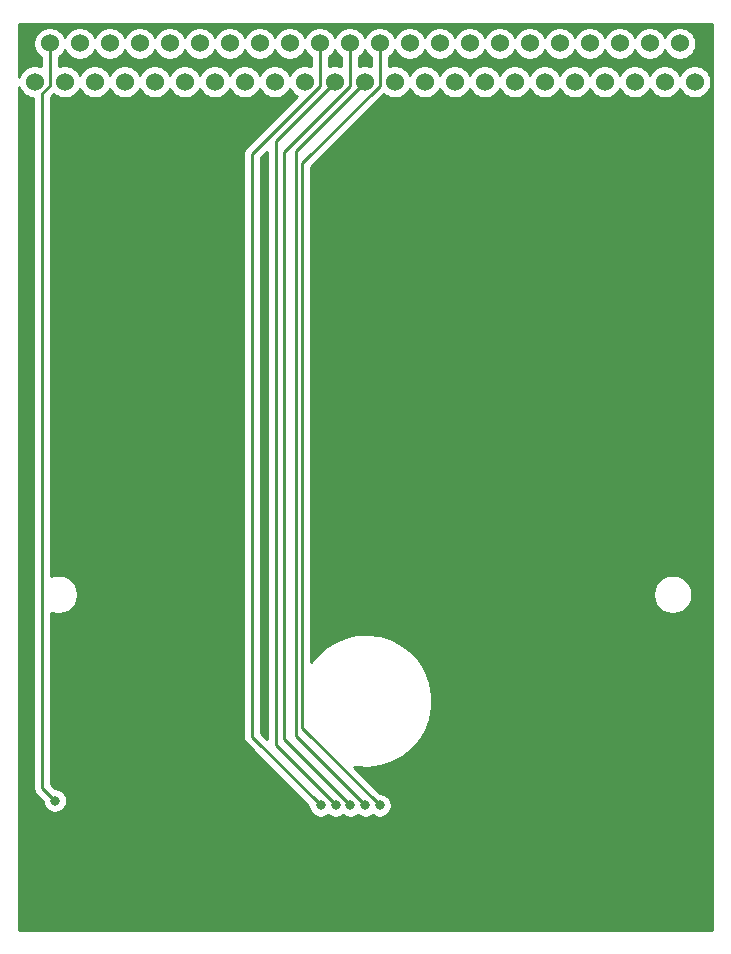
<source format=gbl>
G04 #@! TF.GenerationSoftware,KiCad,Pcbnew,5.1.10*
G04 #@! TF.CreationDate,2021-06-22T10:21:35-06:00*
G04 #@! TF.ProjectId,dev_cart_pcb,6465765f-6361-4727-945f-7063622e6b69,rev?*
G04 #@! TF.SameCoordinates,Original*
G04 #@! TF.FileFunction,Copper,L2,Bot*
G04 #@! TF.FilePolarity,Positive*
%FSLAX46Y46*%
G04 Gerber Fmt 4.6, Leading zero omitted, Abs format (unit mm)*
G04 Created by KiCad (PCBNEW 5.1.10) date 2021-06-22 10:21:35*
%MOMM*%
%LPD*%
G01*
G04 APERTURE LIST*
G04 #@! TA.AperFunction,ComponentPad*
%ADD10C,1.524000*%
G04 #@! TD*
G04 #@! TA.AperFunction,ViaPad*
%ADD11C,0.800000*%
G04 #@! TD*
G04 #@! TA.AperFunction,Conductor*
%ADD12C,0.250000*%
G04 #@! TD*
G04 #@! TA.AperFunction,NonConductor*
%ADD13C,0.254000*%
G04 #@! TD*
G04 #@! TA.AperFunction,NonConductor*
%ADD14C,0.100000*%
G04 #@! TD*
G04 APERTURE END LIST*
D10*
X129210000Y-45600000D03*
X126670000Y-45600000D03*
X124130000Y-45600000D03*
X121590000Y-45600000D03*
X119050000Y-45600000D03*
X116510000Y-45600000D03*
X113970000Y-45600000D03*
X111430000Y-45600000D03*
X108890000Y-45600000D03*
X106350000Y-45600000D03*
X103810000Y-45600000D03*
X101270000Y-45600000D03*
X98730000Y-45600000D03*
X96190000Y-45600000D03*
X93650000Y-45600000D03*
X91110000Y-45600000D03*
X88570000Y-45600000D03*
X86030000Y-45600000D03*
X83490000Y-45600000D03*
X80950000Y-45600000D03*
X78410000Y-45600000D03*
X75870000Y-45600000D03*
X130480000Y-48850000D03*
X127940000Y-48850000D03*
X125400000Y-48850000D03*
X122860000Y-48850000D03*
X120320000Y-48850000D03*
X117780000Y-48850000D03*
X115240000Y-48850000D03*
X112700000Y-48850000D03*
X110160000Y-48850000D03*
X107620000Y-48850000D03*
X105080000Y-48850000D03*
X102540000Y-48850000D03*
X100000000Y-48850000D03*
X97460000Y-48850000D03*
X94920000Y-48850000D03*
X92380000Y-48850000D03*
X89840000Y-48850000D03*
X87300000Y-48850000D03*
X84760000Y-48850000D03*
X82220000Y-48850000D03*
X79680000Y-48850000D03*
X77140000Y-48850000D03*
X74600000Y-48850000D03*
D11*
X76300000Y-109700000D03*
X98800000Y-110100000D03*
X100100000Y-110100000D03*
X101300000Y-110100000D03*
X102600000Y-110100000D03*
X103800000Y-110100000D03*
D12*
X75246874Y-49811888D02*
X75870000Y-49188762D01*
X75870000Y-49188762D02*
X75870000Y-45600000D01*
X75246874Y-108646874D02*
X75246874Y-49811888D01*
X76300000Y-109700000D02*
X75246874Y-108646874D01*
X98800000Y-110100000D02*
X93000000Y-104300000D01*
X98730000Y-49188762D02*
X98730000Y-45600000D01*
X93000000Y-54918762D02*
X98730000Y-49188762D01*
X93000000Y-104300000D02*
X93000000Y-54918762D01*
X95000000Y-53850000D02*
X100000000Y-48850000D01*
X95000000Y-105000000D02*
X95000000Y-53850000D01*
X100100000Y-110100000D02*
X95000000Y-105000000D01*
X101270000Y-49230000D02*
X101270000Y-45600000D01*
X95700000Y-54800000D02*
X101270000Y-49230000D01*
X95700000Y-104500000D02*
X95700000Y-54800000D01*
X101300000Y-110100000D02*
X95700000Y-104500000D01*
X96700000Y-54690000D02*
X102540000Y-48850000D01*
X96700000Y-104200000D02*
X96700000Y-54690000D01*
X102600000Y-110100000D02*
X96700000Y-104200000D01*
X103810000Y-49188762D02*
X103810000Y-45600000D01*
X97246854Y-55751908D02*
X103810000Y-49188762D01*
X97246854Y-103546854D02*
X97246854Y-55751908D01*
X103800000Y-110100000D02*
X97246854Y-103546854D01*
D13*
X131940000Y-120640000D02*
X73260000Y-120640000D01*
X73260000Y-49265491D01*
X73361995Y-49511727D01*
X73514880Y-49740535D01*
X73709465Y-49935120D01*
X73938273Y-50088005D01*
X74192510Y-50193314D01*
X74462408Y-50247000D01*
X74486875Y-50247000D01*
X74486874Y-108609552D01*
X74483198Y-108646874D01*
X74486874Y-108684196D01*
X74486874Y-108684206D01*
X74497871Y-108795859D01*
X74528267Y-108896063D01*
X74541328Y-108939120D01*
X74611900Y-109071150D01*
X74639495Y-109104774D01*
X74706873Y-109186875D01*
X74735876Y-109210678D01*
X75265000Y-109739802D01*
X75265000Y-109801939D01*
X75304774Y-110001898D01*
X75382795Y-110190256D01*
X75496063Y-110359774D01*
X75640226Y-110503937D01*
X75809744Y-110617205D01*
X75998102Y-110695226D01*
X76198061Y-110735000D01*
X76401939Y-110735000D01*
X76601898Y-110695226D01*
X76790256Y-110617205D01*
X76959774Y-110503937D01*
X77103937Y-110359774D01*
X77217205Y-110190256D01*
X77295226Y-110001898D01*
X77335000Y-109801939D01*
X77335000Y-109598061D01*
X77295226Y-109398102D01*
X77217205Y-109209744D01*
X77103937Y-109040226D01*
X76959774Y-108896063D01*
X76790256Y-108782795D01*
X76601898Y-108704774D01*
X76401939Y-108665000D01*
X76339802Y-108665000D01*
X76006874Y-108332073D01*
X76006874Y-93813982D01*
X76112322Y-93857660D01*
X76435331Y-93921910D01*
X76764669Y-93921910D01*
X77087678Y-93857660D01*
X77391947Y-93731628D01*
X77665781Y-93548658D01*
X77898658Y-93315781D01*
X78081628Y-93041947D01*
X78207660Y-92737678D01*
X78271910Y-92414669D01*
X78271910Y-92085331D01*
X78207660Y-91762322D01*
X78081628Y-91458053D01*
X77898658Y-91184219D01*
X77665781Y-90951342D01*
X77391947Y-90768372D01*
X77087678Y-90642340D01*
X76764669Y-90578090D01*
X76435331Y-90578090D01*
X76112322Y-90642340D01*
X76006874Y-90686018D01*
X76006874Y-50126689D01*
X76223954Y-49909609D01*
X76249465Y-49935120D01*
X76478273Y-50088005D01*
X76732510Y-50193314D01*
X77002408Y-50247000D01*
X77277592Y-50247000D01*
X77547490Y-50193314D01*
X77801727Y-50088005D01*
X78030535Y-49935120D01*
X78225120Y-49740535D01*
X78378005Y-49511727D01*
X78410000Y-49434485D01*
X78441995Y-49511727D01*
X78594880Y-49740535D01*
X78789465Y-49935120D01*
X79018273Y-50088005D01*
X79272510Y-50193314D01*
X79542408Y-50247000D01*
X79817592Y-50247000D01*
X80087490Y-50193314D01*
X80341727Y-50088005D01*
X80570535Y-49935120D01*
X80765120Y-49740535D01*
X80918005Y-49511727D01*
X80950000Y-49434485D01*
X80981995Y-49511727D01*
X81134880Y-49740535D01*
X81329465Y-49935120D01*
X81558273Y-50088005D01*
X81812510Y-50193314D01*
X82082408Y-50247000D01*
X82357592Y-50247000D01*
X82627490Y-50193314D01*
X82881727Y-50088005D01*
X83110535Y-49935120D01*
X83305120Y-49740535D01*
X83458005Y-49511727D01*
X83490000Y-49434485D01*
X83521995Y-49511727D01*
X83674880Y-49740535D01*
X83869465Y-49935120D01*
X84098273Y-50088005D01*
X84352510Y-50193314D01*
X84622408Y-50247000D01*
X84897592Y-50247000D01*
X85167490Y-50193314D01*
X85421727Y-50088005D01*
X85650535Y-49935120D01*
X85845120Y-49740535D01*
X85998005Y-49511727D01*
X86030000Y-49434485D01*
X86061995Y-49511727D01*
X86214880Y-49740535D01*
X86409465Y-49935120D01*
X86638273Y-50088005D01*
X86892510Y-50193314D01*
X87162408Y-50247000D01*
X87437592Y-50247000D01*
X87707490Y-50193314D01*
X87961727Y-50088005D01*
X88190535Y-49935120D01*
X88385120Y-49740535D01*
X88538005Y-49511727D01*
X88570000Y-49434485D01*
X88601995Y-49511727D01*
X88754880Y-49740535D01*
X88949465Y-49935120D01*
X89178273Y-50088005D01*
X89432510Y-50193314D01*
X89702408Y-50247000D01*
X89977592Y-50247000D01*
X90247490Y-50193314D01*
X90501727Y-50088005D01*
X90730535Y-49935120D01*
X90925120Y-49740535D01*
X91078005Y-49511727D01*
X91110000Y-49434485D01*
X91141995Y-49511727D01*
X91294880Y-49740535D01*
X91489465Y-49935120D01*
X91718273Y-50088005D01*
X91972510Y-50193314D01*
X92242408Y-50247000D01*
X92517592Y-50247000D01*
X92787490Y-50193314D01*
X93041727Y-50088005D01*
X93270535Y-49935120D01*
X93465120Y-49740535D01*
X93618005Y-49511727D01*
X93650000Y-49434485D01*
X93681995Y-49511727D01*
X93834880Y-49740535D01*
X94029465Y-49935120D01*
X94258273Y-50088005D01*
X94512510Y-50193314D01*
X94782408Y-50247000D01*
X95057592Y-50247000D01*
X95327490Y-50193314D01*
X95581727Y-50088005D01*
X95810535Y-49935120D01*
X96005120Y-49740535D01*
X96158005Y-49511727D01*
X96190000Y-49434485D01*
X96221995Y-49511727D01*
X96374880Y-49740535D01*
X96569465Y-49935120D01*
X96772905Y-50071055D01*
X92488998Y-54354963D01*
X92460000Y-54378761D01*
X92436202Y-54407759D01*
X92436201Y-54407760D01*
X92365026Y-54494486D01*
X92294454Y-54626516D01*
X92287023Y-54651014D01*
X92253155Y-54762667D01*
X92250998Y-54769777D01*
X92236324Y-54918762D01*
X92240001Y-54956095D01*
X92240000Y-104262678D01*
X92236324Y-104300000D01*
X92240000Y-104337322D01*
X92240000Y-104337332D01*
X92250997Y-104448985D01*
X92277797Y-104537333D01*
X92294454Y-104592246D01*
X92365026Y-104724276D01*
X92404871Y-104772826D01*
X92459999Y-104840001D01*
X92489003Y-104863804D01*
X97765000Y-110139802D01*
X97765000Y-110201939D01*
X97804774Y-110401898D01*
X97882795Y-110590256D01*
X97996063Y-110759774D01*
X98140226Y-110903937D01*
X98309744Y-111017205D01*
X98498102Y-111095226D01*
X98698061Y-111135000D01*
X98901939Y-111135000D01*
X99101898Y-111095226D01*
X99290256Y-111017205D01*
X99450000Y-110910468D01*
X99609744Y-111017205D01*
X99798102Y-111095226D01*
X99998061Y-111135000D01*
X100201939Y-111135000D01*
X100401898Y-111095226D01*
X100590256Y-111017205D01*
X100700000Y-110943877D01*
X100809744Y-111017205D01*
X100998102Y-111095226D01*
X101198061Y-111135000D01*
X101401939Y-111135000D01*
X101601898Y-111095226D01*
X101790256Y-111017205D01*
X101950000Y-110910468D01*
X102109744Y-111017205D01*
X102298102Y-111095226D01*
X102498061Y-111135000D01*
X102701939Y-111135000D01*
X102901898Y-111095226D01*
X103090256Y-111017205D01*
X103200000Y-110943877D01*
X103309744Y-111017205D01*
X103498102Y-111095226D01*
X103698061Y-111135000D01*
X103901939Y-111135000D01*
X104101898Y-111095226D01*
X104290256Y-111017205D01*
X104459774Y-110903937D01*
X104603937Y-110759774D01*
X104717205Y-110590256D01*
X104795226Y-110401898D01*
X104835000Y-110201939D01*
X104835000Y-109998061D01*
X104795226Y-109798102D01*
X104717205Y-109609744D01*
X104603937Y-109440226D01*
X104459774Y-109296063D01*
X104290256Y-109182795D01*
X104101898Y-109104774D01*
X103901939Y-109065000D01*
X103839802Y-109065000D01*
X101598932Y-106824131D01*
X101837555Y-106878595D01*
X102854832Y-106924281D01*
X103863919Y-106787591D01*
X104832382Y-106472918D01*
X105729095Y-105990376D01*
X106525236Y-105355475D01*
X107195217Y-104588620D01*
X107717503Y-103714460D01*
X108075309Y-102761089D01*
X108257134Y-101759151D01*
X108257134Y-100740849D01*
X108075309Y-99738911D01*
X107717503Y-98785540D01*
X107195217Y-97911380D01*
X106525236Y-97144525D01*
X105729095Y-96509624D01*
X104832382Y-96027082D01*
X103863919Y-95712409D01*
X102854832Y-95575719D01*
X101837555Y-95621405D01*
X100844783Y-95847999D01*
X99908426Y-96248217D01*
X99058578Y-96809197D01*
X98322554Y-97512908D01*
X98006854Y-97947432D01*
X98006854Y-92085331D01*
X126928090Y-92085331D01*
X126928090Y-92414669D01*
X126992340Y-92737678D01*
X127118372Y-93041947D01*
X127301342Y-93315781D01*
X127534219Y-93548658D01*
X127808053Y-93731628D01*
X128112322Y-93857660D01*
X128435331Y-93921910D01*
X128764669Y-93921910D01*
X129087678Y-93857660D01*
X129391947Y-93731628D01*
X129665781Y-93548658D01*
X129898658Y-93315781D01*
X130081628Y-93041947D01*
X130207660Y-92737678D01*
X130271910Y-92414669D01*
X130271910Y-92085331D01*
X130207660Y-91762322D01*
X130081628Y-91458053D01*
X129898658Y-91184219D01*
X129665781Y-90951342D01*
X129391947Y-90768372D01*
X129087678Y-90642340D01*
X128764669Y-90578090D01*
X128435331Y-90578090D01*
X128112322Y-90642340D01*
X127808053Y-90768372D01*
X127534219Y-90951342D01*
X127301342Y-91184219D01*
X127118372Y-91458053D01*
X126992340Y-91762322D01*
X126928090Y-92085331D01*
X98006854Y-92085331D01*
X98006854Y-56066709D01*
X104163954Y-49909609D01*
X104189465Y-49935120D01*
X104418273Y-50088005D01*
X104672510Y-50193314D01*
X104942408Y-50247000D01*
X105217592Y-50247000D01*
X105487490Y-50193314D01*
X105741727Y-50088005D01*
X105970535Y-49935120D01*
X106165120Y-49740535D01*
X106318005Y-49511727D01*
X106350000Y-49434485D01*
X106381995Y-49511727D01*
X106534880Y-49740535D01*
X106729465Y-49935120D01*
X106958273Y-50088005D01*
X107212510Y-50193314D01*
X107482408Y-50247000D01*
X107757592Y-50247000D01*
X108027490Y-50193314D01*
X108281727Y-50088005D01*
X108510535Y-49935120D01*
X108705120Y-49740535D01*
X108858005Y-49511727D01*
X108890000Y-49434485D01*
X108921995Y-49511727D01*
X109074880Y-49740535D01*
X109269465Y-49935120D01*
X109498273Y-50088005D01*
X109752510Y-50193314D01*
X110022408Y-50247000D01*
X110297592Y-50247000D01*
X110567490Y-50193314D01*
X110821727Y-50088005D01*
X111050535Y-49935120D01*
X111245120Y-49740535D01*
X111398005Y-49511727D01*
X111430000Y-49434485D01*
X111461995Y-49511727D01*
X111614880Y-49740535D01*
X111809465Y-49935120D01*
X112038273Y-50088005D01*
X112292510Y-50193314D01*
X112562408Y-50247000D01*
X112837592Y-50247000D01*
X113107490Y-50193314D01*
X113361727Y-50088005D01*
X113590535Y-49935120D01*
X113785120Y-49740535D01*
X113938005Y-49511727D01*
X113970000Y-49434485D01*
X114001995Y-49511727D01*
X114154880Y-49740535D01*
X114349465Y-49935120D01*
X114578273Y-50088005D01*
X114832510Y-50193314D01*
X115102408Y-50247000D01*
X115377592Y-50247000D01*
X115647490Y-50193314D01*
X115901727Y-50088005D01*
X116130535Y-49935120D01*
X116325120Y-49740535D01*
X116478005Y-49511727D01*
X116510000Y-49434485D01*
X116541995Y-49511727D01*
X116694880Y-49740535D01*
X116889465Y-49935120D01*
X117118273Y-50088005D01*
X117372510Y-50193314D01*
X117642408Y-50247000D01*
X117917592Y-50247000D01*
X118187490Y-50193314D01*
X118441727Y-50088005D01*
X118670535Y-49935120D01*
X118865120Y-49740535D01*
X119018005Y-49511727D01*
X119050000Y-49434485D01*
X119081995Y-49511727D01*
X119234880Y-49740535D01*
X119429465Y-49935120D01*
X119658273Y-50088005D01*
X119912510Y-50193314D01*
X120182408Y-50247000D01*
X120457592Y-50247000D01*
X120727490Y-50193314D01*
X120981727Y-50088005D01*
X121210535Y-49935120D01*
X121405120Y-49740535D01*
X121558005Y-49511727D01*
X121590000Y-49434485D01*
X121621995Y-49511727D01*
X121774880Y-49740535D01*
X121969465Y-49935120D01*
X122198273Y-50088005D01*
X122452510Y-50193314D01*
X122722408Y-50247000D01*
X122997592Y-50247000D01*
X123267490Y-50193314D01*
X123521727Y-50088005D01*
X123750535Y-49935120D01*
X123945120Y-49740535D01*
X124098005Y-49511727D01*
X124130000Y-49434485D01*
X124161995Y-49511727D01*
X124314880Y-49740535D01*
X124509465Y-49935120D01*
X124738273Y-50088005D01*
X124992510Y-50193314D01*
X125262408Y-50247000D01*
X125537592Y-50247000D01*
X125807490Y-50193314D01*
X126061727Y-50088005D01*
X126290535Y-49935120D01*
X126485120Y-49740535D01*
X126638005Y-49511727D01*
X126670000Y-49434485D01*
X126701995Y-49511727D01*
X126854880Y-49740535D01*
X127049465Y-49935120D01*
X127278273Y-50088005D01*
X127532510Y-50193314D01*
X127802408Y-50247000D01*
X128077592Y-50247000D01*
X128347490Y-50193314D01*
X128601727Y-50088005D01*
X128830535Y-49935120D01*
X129025120Y-49740535D01*
X129178005Y-49511727D01*
X129210000Y-49434485D01*
X129241995Y-49511727D01*
X129394880Y-49740535D01*
X129589465Y-49935120D01*
X129818273Y-50088005D01*
X130072510Y-50193314D01*
X130342408Y-50247000D01*
X130617592Y-50247000D01*
X130887490Y-50193314D01*
X131141727Y-50088005D01*
X131370535Y-49935120D01*
X131565120Y-49740535D01*
X131718005Y-49511727D01*
X131823314Y-49257490D01*
X131877000Y-48987592D01*
X131877000Y-48712408D01*
X131823314Y-48442510D01*
X131718005Y-48188273D01*
X131565120Y-47959465D01*
X131370535Y-47764880D01*
X131141727Y-47611995D01*
X130887490Y-47506686D01*
X130617592Y-47453000D01*
X130342408Y-47453000D01*
X130072510Y-47506686D01*
X129818273Y-47611995D01*
X129589465Y-47764880D01*
X129394880Y-47959465D01*
X129241995Y-48188273D01*
X129210000Y-48265515D01*
X129178005Y-48188273D01*
X129025120Y-47959465D01*
X128830535Y-47764880D01*
X128601727Y-47611995D01*
X128347490Y-47506686D01*
X128077592Y-47453000D01*
X127802408Y-47453000D01*
X127532510Y-47506686D01*
X127278273Y-47611995D01*
X127049465Y-47764880D01*
X126854880Y-47959465D01*
X126701995Y-48188273D01*
X126670000Y-48265515D01*
X126638005Y-48188273D01*
X126485120Y-47959465D01*
X126290535Y-47764880D01*
X126061727Y-47611995D01*
X125807490Y-47506686D01*
X125537592Y-47453000D01*
X125262408Y-47453000D01*
X124992510Y-47506686D01*
X124738273Y-47611995D01*
X124509465Y-47764880D01*
X124314880Y-47959465D01*
X124161995Y-48188273D01*
X124130000Y-48265515D01*
X124098005Y-48188273D01*
X123945120Y-47959465D01*
X123750535Y-47764880D01*
X123521727Y-47611995D01*
X123267490Y-47506686D01*
X122997592Y-47453000D01*
X122722408Y-47453000D01*
X122452510Y-47506686D01*
X122198273Y-47611995D01*
X121969465Y-47764880D01*
X121774880Y-47959465D01*
X121621995Y-48188273D01*
X121590000Y-48265515D01*
X121558005Y-48188273D01*
X121405120Y-47959465D01*
X121210535Y-47764880D01*
X120981727Y-47611995D01*
X120727490Y-47506686D01*
X120457592Y-47453000D01*
X120182408Y-47453000D01*
X119912510Y-47506686D01*
X119658273Y-47611995D01*
X119429465Y-47764880D01*
X119234880Y-47959465D01*
X119081995Y-48188273D01*
X119050000Y-48265515D01*
X119018005Y-48188273D01*
X118865120Y-47959465D01*
X118670535Y-47764880D01*
X118441727Y-47611995D01*
X118187490Y-47506686D01*
X117917592Y-47453000D01*
X117642408Y-47453000D01*
X117372510Y-47506686D01*
X117118273Y-47611995D01*
X116889465Y-47764880D01*
X116694880Y-47959465D01*
X116541995Y-48188273D01*
X116510000Y-48265515D01*
X116478005Y-48188273D01*
X116325120Y-47959465D01*
X116130535Y-47764880D01*
X115901727Y-47611995D01*
X115647490Y-47506686D01*
X115377592Y-47453000D01*
X115102408Y-47453000D01*
X114832510Y-47506686D01*
X114578273Y-47611995D01*
X114349465Y-47764880D01*
X114154880Y-47959465D01*
X114001995Y-48188273D01*
X113970000Y-48265515D01*
X113938005Y-48188273D01*
X113785120Y-47959465D01*
X113590535Y-47764880D01*
X113361727Y-47611995D01*
X113107490Y-47506686D01*
X112837592Y-47453000D01*
X112562408Y-47453000D01*
X112292510Y-47506686D01*
X112038273Y-47611995D01*
X111809465Y-47764880D01*
X111614880Y-47959465D01*
X111461995Y-48188273D01*
X111430000Y-48265515D01*
X111398005Y-48188273D01*
X111245120Y-47959465D01*
X111050535Y-47764880D01*
X110821727Y-47611995D01*
X110567490Y-47506686D01*
X110297592Y-47453000D01*
X110022408Y-47453000D01*
X109752510Y-47506686D01*
X109498273Y-47611995D01*
X109269465Y-47764880D01*
X109074880Y-47959465D01*
X108921995Y-48188273D01*
X108890000Y-48265515D01*
X108858005Y-48188273D01*
X108705120Y-47959465D01*
X108510535Y-47764880D01*
X108281727Y-47611995D01*
X108027490Y-47506686D01*
X107757592Y-47453000D01*
X107482408Y-47453000D01*
X107212510Y-47506686D01*
X106958273Y-47611995D01*
X106729465Y-47764880D01*
X106534880Y-47959465D01*
X106381995Y-48188273D01*
X106350000Y-48265515D01*
X106318005Y-48188273D01*
X106165120Y-47959465D01*
X105970535Y-47764880D01*
X105741727Y-47611995D01*
X105487490Y-47506686D01*
X105217592Y-47453000D01*
X104942408Y-47453000D01*
X104672510Y-47506686D01*
X104570000Y-47549147D01*
X104570000Y-46772341D01*
X104700535Y-46685120D01*
X104895120Y-46490535D01*
X105048005Y-46261727D01*
X105080000Y-46184485D01*
X105111995Y-46261727D01*
X105264880Y-46490535D01*
X105459465Y-46685120D01*
X105688273Y-46838005D01*
X105942510Y-46943314D01*
X106212408Y-46997000D01*
X106487592Y-46997000D01*
X106757490Y-46943314D01*
X107011727Y-46838005D01*
X107240535Y-46685120D01*
X107435120Y-46490535D01*
X107588005Y-46261727D01*
X107620000Y-46184485D01*
X107651995Y-46261727D01*
X107804880Y-46490535D01*
X107999465Y-46685120D01*
X108228273Y-46838005D01*
X108482510Y-46943314D01*
X108752408Y-46997000D01*
X109027592Y-46997000D01*
X109297490Y-46943314D01*
X109551727Y-46838005D01*
X109780535Y-46685120D01*
X109975120Y-46490535D01*
X110128005Y-46261727D01*
X110160000Y-46184485D01*
X110191995Y-46261727D01*
X110344880Y-46490535D01*
X110539465Y-46685120D01*
X110768273Y-46838005D01*
X111022510Y-46943314D01*
X111292408Y-46997000D01*
X111567592Y-46997000D01*
X111837490Y-46943314D01*
X112091727Y-46838005D01*
X112320535Y-46685120D01*
X112515120Y-46490535D01*
X112668005Y-46261727D01*
X112700000Y-46184485D01*
X112731995Y-46261727D01*
X112884880Y-46490535D01*
X113079465Y-46685120D01*
X113308273Y-46838005D01*
X113562510Y-46943314D01*
X113832408Y-46997000D01*
X114107592Y-46997000D01*
X114377490Y-46943314D01*
X114631727Y-46838005D01*
X114860535Y-46685120D01*
X115055120Y-46490535D01*
X115208005Y-46261727D01*
X115240000Y-46184485D01*
X115271995Y-46261727D01*
X115424880Y-46490535D01*
X115619465Y-46685120D01*
X115848273Y-46838005D01*
X116102510Y-46943314D01*
X116372408Y-46997000D01*
X116647592Y-46997000D01*
X116917490Y-46943314D01*
X117171727Y-46838005D01*
X117400535Y-46685120D01*
X117595120Y-46490535D01*
X117748005Y-46261727D01*
X117780000Y-46184485D01*
X117811995Y-46261727D01*
X117964880Y-46490535D01*
X118159465Y-46685120D01*
X118388273Y-46838005D01*
X118642510Y-46943314D01*
X118912408Y-46997000D01*
X119187592Y-46997000D01*
X119457490Y-46943314D01*
X119711727Y-46838005D01*
X119940535Y-46685120D01*
X120135120Y-46490535D01*
X120288005Y-46261727D01*
X120320000Y-46184485D01*
X120351995Y-46261727D01*
X120504880Y-46490535D01*
X120699465Y-46685120D01*
X120928273Y-46838005D01*
X121182510Y-46943314D01*
X121452408Y-46997000D01*
X121727592Y-46997000D01*
X121997490Y-46943314D01*
X122251727Y-46838005D01*
X122480535Y-46685120D01*
X122675120Y-46490535D01*
X122828005Y-46261727D01*
X122860000Y-46184485D01*
X122891995Y-46261727D01*
X123044880Y-46490535D01*
X123239465Y-46685120D01*
X123468273Y-46838005D01*
X123722510Y-46943314D01*
X123992408Y-46997000D01*
X124267592Y-46997000D01*
X124537490Y-46943314D01*
X124791727Y-46838005D01*
X125020535Y-46685120D01*
X125215120Y-46490535D01*
X125368005Y-46261727D01*
X125400000Y-46184485D01*
X125431995Y-46261727D01*
X125584880Y-46490535D01*
X125779465Y-46685120D01*
X126008273Y-46838005D01*
X126262510Y-46943314D01*
X126532408Y-46997000D01*
X126807592Y-46997000D01*
X127077490Y-46943314D01*
X127331727Y-46838005D01*
X127560535Y-46685120D01*
X127755120Y-46490535D01*
X127908005Y-46261727D01*
X127940000Y-46184485D01*
X127971995Y-46261727D01*
X128124880Y-46490535D01*
X128319465Y-46685120D01*
X128548273Y-46838005D01*
X128802510Y-46943314D01*
X129072408Y-46997000D01*
X129347592Y-46997000D01*
X129617490Y-46943314D01*
X129871727Y-46838005D01*
X130100535Y-46685120D01*
X130295120Y-46490535D01*
X130448005Y-46261727D01*
X130553314Y-46007490D01*
X130607000Y-45737592D01*
X130607000Y-45462408D01*
X130553314Y-45192510D01*
X130448005Y-44938273D01*
X130295120Y-44709465D01*
X130100535Y-44514880D01*
X129871727Y-44361995D01*
X129617490Y-44256686D01*
X129347592Y-44203000D01*
X129072408Y-44203000D01*
X128802510Y-44256686D01*
X128548273Y-44361995D01*
X128319465Y-44514880D01*
X128124880Y-44709465D01*
X127971995Y-44938273D01*
X127940000Y-45015515D01*
X127908005Y-44938273D01*
X127755120Y-44709465D01*
X127560535Y-44514880D01*
X127331727Y-44361995D01*
X127077490Y-44256686D01*
X126807592Y-44203000D01*
X126532408Y-44203000D01*
X126262510Y-44256686D01*
X126008273Y-44361995D01*
X125779465Y-44514880D01*
X125584880Y-44709465D01*
X125431995Y-44938273D01*
X125400000Y-45015515D01*
X125368005Y-44938273D01*
X125215120Y-44709465D01*
X125020535Y-44514880D01*
X124791727Y-44361995D01*
X124537490Y-44256686D01*
X124267592Y-44203000D01*
X123992408Y-44203000D01*
X123722510Y-44256686D01*
X123468273Y-44361995D01*
X123239465Y-44514880D01*
X123044880Y-44709465D01*
X122891995Y-44938273D01*
X122860000Y-45015515D01*
X122828005Y-44938273D01*
X122675120Y-44709465D01*
X122480535Y-44514880D01*
X122251727Y-44361995D01*
X121997490Y-44256686D01*
X121727592Y-44203000D01*
X121452408Y-44203000D01*
X121182510Y-44256686D01*
X120928273Y-44361995D01*
X120699465Y-44514880D01*
X120504880Y-44709465D01*
X120351995Y-44938273D01*
X120320000Y-45015515D01*
X120288005Y-44938273D01*
X120135120Y-44709465D01*
X119940535Y-44514880D01*
X119711727Y-44361995D01*
X119457490Y-44256686D01*
X119187592Y-44203000D01*
X118912408Y-44203000D01*
X118642510Y-44256686D01*
X118388273Y-44361995D01*
X118159465Y-44514880D01*
X117964880Y-44709465D01*
X117811995Y-44938273D01*
X117780000Y-45015515D01*
X117748005Y-44938273D01*
X117595120Y-44709465D01*
X117400535Y-44514880D01*
X117171727Y-44361995D01*
X116917490Y-44256686D01*
X116647592Y-44203000D01*
X116372408Y-44203000D01*
X116102510Y-44256686D01*
X115848273Y-44361995D01*
X115619465Y-44514880D01*
X115424880Y-44709465D01*
X115271995Y-44938273D01*
X115240000Y-45015515D01*
X115208005Y-44938273D01*
X115055120Y-44709465D01*
X114860535Y-44514880D01*
X114631727Y-44361995D01*
X114377490Y-44256686D01*
X114107592Y-44203000D01*
X113832408Y-44203000D01*
X113562510Y-44256686D01*
X113308273Y-44361995D01*
X113079465Y-44514880D01*
X112884880Y-44709465D01*
X112731995Y-44938273D01*
X112700000Y-45015515D01*
X112668005Y-44938273D01*
X112515120Y-44709465D01*
X112320535Y-44514880D01*
X112091727Y-44361995D01*
X111837490Y-44256686D01*
X111567592Y-44203000D01*
X111292408Y-44203000D01*
X111022510Y-44256686D01*
X110768273Y-44361995D01*
X110539465Y-44514880D01*
X110344880Y-44709465D01*
X110191995Y-44938273D01*
X110160000Y-45015515D01*
X110128005Y-44938273D01*
X109975120Y-44709465D01*
X109780535Y-44514880D01*
X109551727Y-44361995D01*
X109297490Y-44256686D01*
X109027592Y-44203000D01*
X108752408Y-44203000D01*
X108482510Y-44256686D01*
X108228273Y-44361995D01*
X107999465Y-44514880D01*
X107804880Y-44709465D01*
X107651995Y-44938273D01*
X107620000Y-45015515D01*
X107588005Y-44938273D01*
X107435120Y-44709465D01*
X107240535Y-44514880D01*
X107011727Y-44361995D01*
X106757490Y-44256686D01*
X106487592Y-44203000D01*
X106212408Y-44203000D01*
X105942510Y-44256686D01*
X105688273Y-44361995D01*
X105459465Y-44514880D01*
X105264880Y-44709465D01*
X105111995Y-44938273D01*
X105080000Y-45015515D01*
X105048005Y-44938273D01*
X104895120Y-44709465D01*
X104700535Y-44514880D01*
X104471727Y-44361995D01*
X104217490Y-44256686D01*
X103947592Y-44203000D01*
X103672408Y-44203000D01*
X103402510Y-44256686D01*
X103148273Y-44361995D01*
X102919465Y-44514880D01*
X102724880Y-44709465D01*
X102571995Y-44938273D01*
X102540000Y-45015515D01*
X102508005Y-44938273D01*
X102355120Y-44709465D01*
X102160535Y-44514880D01*
X101931727Y-44361995D01*
X101677490Y-44256686D01*
X101407592Y-44203000D01*
X101132408Y-44203000D01*
X100862510Y-44256686D01*
X100608273Y-44361995D01*
X100379465Y-44514880D01*
X100184880Y-44709465D01*
X100031995Y-44938273D01*
X100000000Y-45015515D01*
X99968005Y-44938273D01*
X99815120Y-44709465D01*
X99620535Y-44514880D01*
X99391727Y-44361995D01*
X99137490Y-44256686D01*
X98867592Y-44203000D01*
X98592408Y-44203000D01*
X98322510Y-44256686D01*
X98068273Y-44361995D01*
X97839465Y-44514880D01*
X97644880Y-44709465D01*
X97491995Y-44938273D01*
X97460000Y-45015515D01*
X97428005Y-44938273D01*
X97275120Y-44709465D01*
X97080535Y-44514880D01*
X96851727Y-44361995D01*
X96597490Y-44256686D01*
X96327592Y-44203000D01*
X96052408Y-44203000D01*
X95782510Y-44256686D01*
X95528273Y-44361995D01*
X95299465Y-44514880D01*
X95104880Y-44709465D01*
X94951995Y-44938273D01*
X94920000Y-45015515D01*
X94888005Y-44938273D01*
X94735120Y-44709465D01*
X94540535Y-44514880D01*
X94311727Y-44361995D01*
X94057490Y-44256686D01*
X93787592Y-44203000D01*
X93512408Y-44203000D01*
X93242510Y-44256686D01*
X92988273Y-44361995D01*
X92759465Y-44514880D01*
X92564880Y-44709465D01*
X92411995Y-44938273D01*
X92380000Y-45015515D01*
X92348005Y-44938273D01*
X92195120Y-44709465D01*
X92000535Y-44514880D01*
X91771727Y-44361995D01*
X91517490Y-44256686D01*
X91247592Y-44203000D01*
X90972408Y-44203000D01*
X90702510Y-44256686D01*
X90448273Y-44361995D01*
X90219465Y-44514880D01*
X90024880Y-44709465D01*
X89871995Y-44938273D01*
X89840000Y-45015515D01*
X89808005Y-44938273D01*
X89655120Y-44709465D01*
X89460535Y-44514880D01*
X89231727Y-44361995D01*
X88977490Y-44256686D01*
X88707592Y-44203000D01*
X88432408Y-44203000D01*
X88162510Y-44256686D01*
X87908273Y-44361995D01*
X87679465Y-44514880D01*
X87484880Y-44709465D01*
X87331995Y-44938273D01*
X87300000Y-45015515D01*
X87268005Y-44938273D01*
X87115120Y-44709465D01*
X86920535Y-44514880D01*
X86691727Y-44361995D01*
X86437490Y-44256686D01*
X86167592Y-44203000D01*
X85892408Y-44203000D01*
X85622510Y-44256686D01*
X85368273Y-44361995D01*
X85139465Y-44514880D01*
X84944880Y-44709465D01*
X84791995Y-44938273D01*
X84760000Y-45015515D01*
X84728005Y-44938273D01*
X84575120Y-44709465D01*
X84380535Y-44514880D01*
X84151727Y-44361995D01*
X83897490Y-44256686D01*
X83627592Y-44203000D01*
X83352408Y-44203000D01*
X83082510Y-44256686D01*
X82828273Y-44361995D01*
X82599465Y-44514880D01*
X82404880Y-44709465D01*
X82251995Y-44938273D01*
X82220000Y-45015515D01*
X82188005Y-44938273D01*
X82035120Y-44709465D01*
X81840535Y-44514880D01*
X81611727Y-44361995D01*
X81357490Y-44256686D01*
X81087592Y-44203000D01*
X80812408Y-44203000D01*
X80542510Y-44256686D01*
X80288273Y-44361995D01*
X80059465Y-44514880D01*
X79864880Y-44709465D01*
X79711995Y-44938273D01*
X79680000Y-45015515D01*
X79648005Y-44938273D01*
X79495120Y-44709465D01*
X79300535Y-44514880D01*
X79071727Y-44361995D01*
X78817490Y-44256686D01*
X78547592Y-44203000D01*
X78272408Y-44203000D01*
X78002510Y-44256686D01*
X77748273Y-44361995D01*
X77519465Y-44514880D01*
X77324880Y-44709465D01*
X77171995Y-44938273D01*
X77140000Y-45015515D01*
X77108005Y-44938273D01*
X76955120Y-44709465D01*
X76760535Y-44514880D01*
X76531727Y-44361995D01*
X76277490Y-44256686D01*
X76007592Y-44203000D01*
X75732408Y-44203000D01*
X75462510Y-44256686D01*
X75208273Y-44361995D01*
X74979465Y-44514880D01*
X74784880Y-44709465D01*
X74631995Y-44938273D01*
X74526686Y-45192510D01*
X74473000Y-45462408D01*
X74473000Y-45737592D01*
X74526686Y-46007490D01*
X74631995Y-46261727D01*
X74784880Y-46490535D01*
X74979465Y-46685120D01*
X75110001Y-46772341D01*
X75110000Y-47549147D01*
X75007490Y-47506686D01*
X74737592Y-47453000D01*
X74462408Y-47453000D01*
X74192510Y-47506686D01*
X73938273Y-47611995D01*
X73709465Y-47764880D01*
X73514880Y-47959465D01*
X73361995Y-48188273D01*
X73260000Y-48434509D01*
X73260000Y-43960000D01*
X131940001Y-43960000D01*
X131940000Y-120640000D01*
G04 #@! TA.AperFunction,NonConductor*
D14*
G36*
X131940000Y-120640000D02*
G01*
X73260000Y-120640000D01*
X73260000Y-49265491D01*
X73361995Y-49511727D01*
X73514880Y-49740535D01*
X73709465Y-49935120D01*
X73938273Y-50088005D01*
X74192510Y-50193314D01*
X74462408Y-50247000D01*
X74486875Y-50247000D01*
X74486874Y-108609552D01*
X74483198Y-108646874D01*
X74486874Y-108684196D01*
X74486874Y-108684206D01*
X74497871Y-108795859D01*
X74528267Y-108896063D01*
X74541328Y-108939120D01*
X74611900Y-109071150D01*
X74639495Y-109104774D01*
X74706873Y-109186875D01*
X74735876Y-109210678D01*
X75265000Y-109739802D01*
X75265000Y-109801939D01*
X75304774Y-110001898D01*
X75382795Y-110190256D01*
X75496063Y-110359774D01*
X75640226Y-110503937D01*
X75809744Y-110617205D01*
X75998102Y-110695226D01*
X76198061Y-110735000D01*
X76401939Y-110735000D01*
X76601898Y-110695226D01*
X76790256Y-110617205D01*
X76959774Y-110503937D01*
X77103937Y-110359774D01*
X77217205Y-110190256D01*
X77295226Y-110001898D01*
X77335000Y-109801939D01*
X77335000Y-109598061D01*
X77295226Y-109398102D01*
X77217205Y-109209744D01*
X77103937Y-109040226D01*
X76959774Y-108896063D01*
X76790256Y-108782795D01*
X76601898Y-108704774D01*
X76401939Y-108665000D01*
X76339802Y-108665000D01*
X76006874Y-108332073D01*
X76006874Y-93813982D01*
X76112322Y-93857660D01*
X76435331Y-93921910D01*
X76764669Y-93921910D01*
X77087678Y-93857660D01*
X77391947Y-93731628D01*
X77665781Y-93548658D01*
X77898658Y-93315781D01*
X78081628Y-93041947D01*
X78207660Y-92737678D01*
X78271910Y-92414669D01*
X78271910Y-92085331D01*
X78207660Y-91762322D01*
X78081628Y-91458053D01*
X77898658Y-91184219D01*
X77665781Y-90951342D01*
X77391947Y-90768372D01*
X77087678Y-90642340D01*
X76764669Y-90578090D01*
X76435331Y-90578090D01*
X76112322Y-90642340D01*
X76006874Y-90686018D01*
X76006874Y-50126689D01*
X76223954Y-49909609D01*
X76249465Y-49935120D01*
X76478273Y-50088005D01*
X76732510Y-50193314D01*
X77002408Y-50247000D01*
X77277592Y-50247000D01*
X77547490Y-50193314D01*
X77801727Y-50088005D01*
X78030535Y-49935120D01*
X78225120Y-49740535D01*
X78378005Y-49511727D01*
X78410000Y-49434485D01*
X78441995Y-49511727D01*
X78594880Y-49740535D01*
X78789465Y-49935120D01*
X79018273Y-50088005D01*
X79272510Y-50193314D01*
X79542408Y-50247000D01*
X79817592Y-50247000D01*
X80087490Y-50193314D01*
X80341727Y-50088005D01*
X80570535Y-49935120D01*
X80765120Y-49740535D01*
X80918005Y-49511727D01*
X80950000Y-49434485D01*
X80981995Y-49511727D01*
X81134880Y-49740535D01*
X81329465Y-49935120D01*
X81558273Y-50088005D01*
X81812510Y-50193314D01*
X82082408Y-50247000D01*
X82357592Y-50247000D01*
X82627490Y-50193314D01*
X82881727Y-50088005D01*
X83110535Y-49935120D01*
X83305120Y-49740535D01*
X83458005Y-49511727D01*
X83490000Y-49434485D01*
X83521995Y-49511727D01*
X83674880Y-49740535D01*
X83869465Y-49935120D01*
X84098273Y-50088005D01*
X84352510Y-50193314D01*
X84622408Y-50247000D01*
X84897592Y-50247000D01*
X85167490Y-50193314D01*
X85421727Y-50088005D01*
X85650535Y-49935120D01*
X85845120Y-49740535D01*
X85998005Y-49511727D01*
X86030000Y-49434485D01*
X86061995Y-49511727D01*
X86214880Y-49740535D01*
X86409465Y-49935120D01*
X86638273Y-50088005D01*
X86892510Y-50193314D01*
X87162408Y-50247000D01*
X87437592Y-50247000D01*
X87707490Y-50193314D01*
X87961727Y-50088005D01*
X88190535Y-49935120D01*
X88385120Y-49740535D01*
X88538005Y-49511727D01*
X88570000Y-49434485D01*
X88601995Y-49511727D01*
X88754880Y-49740535D01*
X88949465Y-49935120D01*
X89178273Y-50088005D01*
X89432510Y-50193314D01*
X89702408Y-50247000D01*
X89977592Y-50247000D01*
X90247490Y-50193314D01*
X90501727Y-50088005D01*
X90730535Y-49935120D01*
X90925120Y-49740535D01*
X91078005Y-49511727D01*
X91110000Y-49434485D01*
X91141995Y-49511727D01*
X91294880Y-49740535D01*
X91489465Y-49935120D01*
X91718273Y-50088005D01*
X91972510Y-50193314D01*
X92242408Y-50247000D01*
X92517592Y-50247000D01*
X92787490Y-50193314D01*
X93041727Y-50088005D01*
X93270535Y-49935120D01*
X93465120Y-49740535D01*
X93618005Y-49511727D01*
X93650000Y-49434485D01*
X93681995Y-49511727D01*
X93834880Y-49740535D01*
X94029465Y-49935120D01*
X94258273Y-50088005D01*
X94512510Y-50193314D01*
X94782408Y-50247000D01*
X95057592Y-50247000D01*
X95327490Y-50193314D01*
X95581727Y-50088005D01*
X95810535Y-49935120D01*
X96005120Y-49740535D01*
X96158005Y-49511727D01*
X96190000Y-49434485D01*
X96221995Y-49511727D01*
X96374880Y-49740535D01*
X96569465Y-49935120D01*
X96772905Y-50071055D01*
X92488998Y-54354963D01*
X92460000Y-54378761D01*
X92436202Y-54407759D01*
X92436201Y-54407760D01*
X92365026Y-54494486D01*
X92294454Y-54626516D01*
X92287023Y-54651014D01*
X92253155Y-54762667D01*
X92250998Y-54769777D01*
X92236324Y-54918762D01*
X92240001Y-54956095D01*
X92240000Y-104262678D01*
X92236324Y-104300000D01*
X92240000Y-104337322D01*
X92240000Y-104337332D01*
X92250997Y-104448985D01*
X92277797Y-104537333D01*
X92294454Y-104592246D01*
X92365026Y-104724276D01*
X92404871Y-104772826D01*
X92459999Y-104840001D01*
X92489003Y-104863804D01*
X97765000Y-110139802D01*
X97765000Y-110201939D01*
X97804774Y-110401898D01*
X97882795Y-110590256D01*
X97996063Y-110759774D01*
X98140226Y-110903937D01*
X98309744Y-111017205D01*
X98498102Y-111095226D01*
X98698061Y-111135000D01*
X98901939Y-111135000D01*
X99101898Y-111095226D01*
X99290256Y-111017205D01*
X99450000Y-110910468D01*
X99609744Y-111017205D01*
X99798102Y-111095226D01*
X99998061Y-111135000D01*
X100201939Y-111135000D01*
X100401898Y-111095226D01*
X100590256Y-111017205D01*
X100700000Y-110943877D01*
X100809744Y-111017205D01*
X100998102Y-111095226D01*
X101198061Y-111135000D01*
X101401939Y-111135000D01*
X101601898Y-111095226D01*
X101790256Y-111017205D01*
X101950000Y-110910468D01*
X102109744Y-111017205D01*
X102298102Y-111095226D01*
X102498061Y-111135000D01*
X102701939Y-111135000D01*
X102901898Y-111095226D01*
X103090256Y-111017205D01*
X103200000Y-110943877D01*
X103309744Y-111017205D01*
X103498102Y-111095226D01*
X103698061Y-111135000D01*
X103901939Y-111135000D01*
X104101898Y-111095226D01*
X104290256Y-111017205D01*
X104459774Y-110903937D01*
X104603937Y-110759774D01*
X104717205Y-110590256D01*
X104795226Y-110401898D01*
X104835000Y-110201939D01*
X104835000Y-109998061D01*
X104795226Y-109798102D01*
X104717205Y-109609744D01*
X104603937Y-109440226D01*
X104459774Y-109296063D01*
X104290256Y-109182795D01*
X104101898Y-109104774D01*
X103901939Y-109065000D01*
X103839802Y-109065000D01*
X101598932Y-106824131D01*
X101837555Y-106878595D01*
X102854832Y-106924281D01*
X103863919Y-106787591D01*
X104832382Y-106472918D01*
X105729095Y-105990376D01*
X106525236Y-105355475D01*
X107195217Y-104588620D01*
X107717503Y-103714460D01*
X108075309Y-102761089D01*
X108257134Y-101759151D01*
X108257134Y-100740849D01*
X108075309Y-99738911D01*
X107717503Y-98785540D01*
X107195217Y-97911380D01*
X106525236Y-97144525D01*
X105729095Y-96509624D01*
X104832382Y-96027082D01*
X103863919Y-95712409D01*
X102854832Y-95575719D01*
X101837555Y-95621405D01*
X100844783Y-95847999D01*
X99908426Y-96248217D01*
X99058578Y-96809197D01*
X98322554Y-97512908D01*
X98006854Y-97947432D01*
X98006854Y-92085331D01*
X126928090Y-92085331D01*
X126928090Y-92414669D01*
X126992340Y-92737678D01*
X127118372Y-93041947D01*
X127301342Y-93315781D01*
X127534219Y-93548658D01*
X127808053Y-93731628D01*
X128112322Y-93857660D01*
X128435331Y-93921910D01*
X128764669Y-93921910D01*
X129087678Y-93857660D01*
X129391947Y-93731628D01*
X129665781Y-93548658D01*
X129898658Y-93315781D01*
X130081628Y-93041947D01*
X130207660Y-92737678D01*
X130271910Y-92414669D01*
X130271910Y-92085331D01*
X130207660Y-91762322D01*
X130081628Y-91458053D01*
X129898658Y-91184219D01*
X129665781Y-90951342D01*
X129391947Y-90768372D01*
X129087678Y-90642340D01*
X128764669Y-90578090D01*
X128435331Y-90578090D01*
X128112322Y-90642340D01*
X127808053Y-90768372D01*
X127534219Y-90951342D01*
X127301342Y-91184219D01*
X127118372Y-91458053D01*
X126992340Y-91762322D01*
X126928090Y-92085331D01*
X98006854Y-92085331D01*
X98006854Y-56066709D01*
X104163954Y-49909609D01*
X104189465Y-49935120D01*
X104418273Y-50088005D01*
X104672510Y-50193314D01*
X104942408Y-50247000D01*
X105217592Y-50247000D01*
X105487490Y-50193314D01*
X105741727Y-50088005D01*
X105970535Y-49935120D01*
X106165120Y-49740535D01*
X106318005Y-49511727D01*
X106350000Y-49434485D01*
X106381995Y-49511727D01*
X106534880Y-49740535D01*
X106729465Y-49935120D01*
X106958273Y-50088005D01*
X107212510Y-50193314D01*
X107482408Y-50247000D01*
X107757592Y-50247000D01*
X108027490Y-50193314D01*
X108281727Y-50088005D01*
X108510535Y-49935120D01*
X108705120Y-49740535D01*
X108858005Y-49511727D01*
X108890000Y-49434485D01*
X108921995Y-49511727D01*
X109074880Y-49740535D01*
X109269465Y-49935120D01*
X109498273Y-50088005D01*
X109752510Y-50193314D01*
X110022408Y-50247000D01*
X110297592Y-50247000D01*
X110567490Y-50193314D01*
X110821727Y-50088005D01*
X111050535Y-49935120D01*
X111245120Y-49740535D01*
X111398005Y-49511727D01*
X111430000Y-49434485D01*
X111461995Y-49511727D01*
X111614880Y-49740535D01*
X111809465Y-49935120D01*
X112038273Y-50088005D01*
X112292510Y-50193314D01*
X112562408Y-50247000D01*
X112837592Y-50247000D01*
X113107490Y-50193314D01*
X113361727Y-50088005D01*
X113590535Y-49935120D01*
X113785120Y-49740535D01*
X113938005Y-49511727D01*
X113970000Y-49434485D01*
X114001995Y-49511727D01*
X114154880Y-49740535D01*
X114349465Y-49935120D01*
X114578273Y-50088005D01*
X114832510Y-50193314D01*
X115102408Y-50247000D01*
X115377592Y-50247000D01*
X115647490Y-50193314D01*
X115901727Y-50088005D01*
X116130535Y-49935120D01*
X116325120Y-49740535D01*
X116478005Y-49511727D01*
X116510000Y-49434485D01*
X116541995Y-49511727D01*
X116694880Y-49740535D01*
X116889465Y-49935120D01*
X117118273Y-50088005D01*
X117372510Y-50193314D01*
X117642408Y-50247000D01*
X117917592Y-50247000D01*
X118187490Y-50193314D01*
X118441727Y-50088005D01*
X118670535Y-49935120D01*
X118865120Y-49740535D01*
X119018005Y-49511727D01*
X119050000Y-49434485D01*
X119081995Y-49511727D01*
X119234880Y-49740535D01*
X119429465Y-49935120D01*
X119658273Y-50088005D01*
X119912510Y-50193314D01*
X120182408Y-50247000D01*
X120457592Y-50247000D01*
X120727490Y-50193314D01*
X120981727Y-50088005D01*
X121210535Y-49935120D01*
X121405120Y-49740535D01*
X121558005Y-49511727D01*
X121590000Y-49434485D01*
X121621995Y-49511727D01*
X121774880Y-49740535D01*
X121969465Y-49935120D01*
X122198273Y-50088005D01*
X122452510Y-50193314D01*
X122722408Y-50247000D01*
X122997592Y-50247000D01*
X123267490Y-50193314D01*
X123521727Y-50088005D01*
X123750535Y-49935120D01*
X123945120Y-49740535D01*
X124098005Y-49511727D01*
X124130000Y-49434485D01*
X124161995Y-49511727D01*
X124314880Y-49740535D01*
X124509465Y-49935120D01*
X124738273Y-50088005D01*
X124992510Y-50193314D01*
X125262408Y-50247000D01*
X125537592Y-50247000D01*
X125807490Y-50193314D01*
X126061727Y-50088005D01*
X126290535Y-49935120D01*
X126485120Y-49740535D01*
X126638005Y-49511727D01*
X126670000Y-49434485D01*
X126701995Y-49511727D01*
X126854880Y-49740535D01*
X127049465Y-49935120D01*
X127278273Y-50088005D01*
X127532510Y-50193314D01*
X127802408Y-50247000D01*
X128077592Y-50247000D01*
X128347490Y-50193314D01*
X128601727Y-50088005D01*
X128830535Y-49935120D01*
X129025120Y-49740535D01*
X129178005Y-49511727D01*
X129210000Y-49434485D01*
X129241995Y-49511727D01*
X129394880Y-49740535D01*
X129589465Y-49935120D01*
X129818273Y-50088005D01*
X130072510Y-50193314D01*
X130342408Y-50247000D01*
X130617592Y-50247000D01*
X130887490Y-50193314D01*
X131141727Y-50088005D01*
X131370535Y-49935120D01*
X131565120Y-49740535D01*
X131718005Y-49511727D01*
X131823314Y-49257490D01*
X131877000Y-48987592D01*
X131877000Y-48712408D01*
X131823314Y-48442510D01*
X131718005Y-48188273D01*
X131565120Y-47959465D01*
X131370535Y-47764880D01*
X131141727Y-47611995D01*
X130887490Y-47506686D01*
X130617592Y-47453000D01*
X130342408Y-47453000D01*
X130072510Y-47506686D01*
X129818273Y-47611995D01*
X129589465Y-47764880D01*
X129394880Y-47959465D01*
X129241995Y-48188273D01*
X129210000Y-48265515D01*
X129178005Y-48188273D01*
X129025120Y-47959465D01*
X128830535Y-47764880D01*
X128601727Y-47611995D01*
X128347490Y-47506686D01*
X128077592Y-47453000D01*
X127802408Y-47453000D01*
X127532510Y-47506686D01*
X127278273Y-47611995D01*
X127049465Y-47764880D01*
X126854880Y-47959465D01*
X126701995Y-48188273D01*
X126670000Y-48265515D01*
X126638005Y-48188273D01*
X126485120Y-47959465D01*
X126290535Y-47764880D01*
X126061727Y-47611995D01*
X125807490Y-47506686D01*
X125537592Y-47453000D01*
X125262408Y-47453000D01*
X124992510Y-47506686D01*
X124738273Y-47611995D01*
X124509465Y-47764880D01*
X124314880Y-47959465D01*
X124161995Y-48188273D01*
X124130000Y-48265515D01*
X124098005Y-48188273D01*
X123945120Y-47959465D01*
X123750535Y-47764880D01*
X123521727Y-47611995D01*
X123267490Y-47506686D01*
X122997592Y-47453000D01*
X122722408Y-47453000D01*
X122452510Y-47506686D01*
X122198273Y-47611995D01*
X121969465Y-47764880D01*
X121774880Y-47959465D01*
X121621995Y-48188273D01*
X121590000Y-48265515D01*
X121558005Y-48188273D01*
X121405120Y-47959465D01*
X121210535Y-47764880D01*
X120981727Y-47611995D01*
X120727490Y-47506686D01*
X120457592Y-47453000D01*
X120182408Y-47453000D01*
X119912510Y-47506686D01*
X119658273Y-47611995D01*
X119429465Y-47764880D01*
X119234880Y-47959465D01*
X119081995Y-48188273D01*
X119050000Y-48265515D01*
X119018005Y-48188273D01*
X118865120Y-47959465D01*
X118670535Y-47764880D01*
X118441727Y-47611995D01*
X118187490Y-47506686D01*
X117917592Y-47453000D01*
X117642408Y-47453000D01*
X117372510Y-47506686D01*
X117118273Y-47611995D01*
X116889465Y-47764880D01*
X116694880Y-47959465D01*
X116541995Y-48188273D01*
X116510000Y-48265515D01*
X116478005Y-48188273D01*
X116325120Y-47959465D01*
X116130535Y-47764880D01*
X115901727Y-47611995D01*
X115647490Y-47506686D01*
X115377592Y-47453000D01*
X115102408Y-47453000D01*
X114832510Y-47506686D01*
X114578273Y-47611995D01*
X114349465Y-47764880D01*
X114154880Y-47959465D01*
X114001995Y-48188273D01*
X113970000Y-48265515D01*
X113938005Y-48188273D01*
X113785120Y-47959465D01*
X113590535Y-47764880D01*
X113361727Y-47611995D01*
X113107490Y-47506686D01*
X112837592Y-47453000D01*
X112562408Y-47453000D01*
X112292510Y-47506686D01*
X112038273Y-47611995D01*
X111809465Y-47764880D01*
X111614880Y-47959465D01*
X111461995Y-48188273D01*
X111430000Y-48265515D01*
X111398005Y-48188273D01*
X111245120Y-47959465D01*
X111050535Y-47764880D01*
X110821727Y-47611995D01*
X110567490Y-47506686D01*
X110297592Y-47453000D01*
X110022408Y-47453000D01*
X109752510Y-47506686D01*
X109498273Y-47611995D01*
X109269465Y-47764880D01*
X109074880Y-47959465D01*
X108921995Y-48188273D01*
X108890000Y-48265515D01*
X108858005Y-48188273D01*
X108705120Y-47959465D01*
X108510535Y-47764880D01*
X108281727Y-47611995D01*
X108027490Y-47506686D01*
X107757592Y-47453000D01*
X107482408Y-47453000D01*
X107212510Y-47506686D01*
X106958273Y-47611995D01*
X106729465Y-47764880D01*
X106534880Y-47959465D01*
X106381995Y-48188273D01*
X106350000Y-48265515D01*
X106318005Y-48188273D01*
X106165120Y-47959465D01*
X105970535Y-47764880D01*
X105741727Y-47611995D01*
X105487490Y-47506686D01*
X105217592Y-47453000D01*
X104942408Y-47453000D01*
X104672510Y-47506686D01*
X104570000Y-47549147D01*
X104570000Y-46772341D01*
X104700535Y-46685120D01*
X104895120Y-46490535D01*
X105048005Y-46261727D01*
X105080000Y-46184485D01*
X105111995Y-46261727D01*
X105264880Y-46490535D01*
X105459465Y-46685120D01*
X105688273Y-46838005D01*
X105942510Y-46943314D01*
X106212408Y-46997000D01*
X106487592Y-46997000D01*
X106757490Y-46943314D01*
X107011727Y-46838005D01*
X107240535Y-46685120D01*
X107435120Y-46490535D01*
X107588005Y-46261727D01*
X107620000Y-46184485D01*
X107651995Y-46261727D01*
X107804880Y-46490535D01*
X107999465Y-46685120D01*
X108228273Y-46838005D01*
X108482510Y-46943314D01*
X108752408Y-46997000D01*
X109027592Y-46997000D01*
X109297490Y-46943314D01*
X109551727Y-46838005D01*
X109780535Y-46685120D01*
X109975120Y-46490535D01*
X110128005Y-46261727D01*
X110160000Y-46184485D01*
X110191995Y-46261727D01*
X110344880Y-46490535D01*
X110539465Y-46685120D01*
X110768273Y-46838005D01*
X111022510Y-46943314D01*
X111292408Y-46997000D01*
X111567592Y-46997000D01*
X111837490Y-46943314D01*
X112091727Y-46838005D01*
X112320535Y-46685120D01*
X112515120Y-46490535D01*
X112668005Y-46261727D01*
X112700000Y-46184485D01*
X112731995Y-46261727D01*
X112884880Y-46490535D01*
X113079465Y-46685120D01*
X113308273Y-46838005D01*
X113562510Y-46943314D01*
X113832408Y-46997000D01*
X114107592Y-46997000D01*
X114377490Y-46943314D01*
X114631727Y-46838005D01*
X114860535Y-46685120D01*
X115055120Y-46490535D01*
X115208005Y-46261727D01*
X115240000Y-46184485D01*
X115271995Y-46261727D01*
X115424880Y-46490535D01*
X115619465Y-46685120D01*
X115848273Y-46838005D01*
X116102510Y-46943314D01*
X116372408Y-46997000D01*
X116647592Y-46997000D01*
X116917490Y-46943314D01*
X117171727Y-46838005D01*
X117400535Y-46685120D01*
X117595120Y-46490535D01*
X117748005Y-46261727D01*
X117780000Y-46184485D01*
X117811995Y-46261727D01*
X117964880Y-46490535D01*
X118159465Y-46685120D01*
X118388273Y-46838005D01*
X118642510Y-46943314D01*
X118912408Y-46997000D01*
X119187592Y-46997000D01*
X119457490Y-46943314D01*
X119711727Y-46838005D01*
X119940535Y-46685120D01*
X120135120Y-46490535D01*
X120288005Y-46261727D01*
X120320000Y-46184485D01*
X120351995Y-46261727D01*
X120504880Y-46490535D01*
X120699465Y-46685120D01*
X120928273Y-46838005D01*
X121182510Y-46943314D01*
X121452408Y-46997000D01*
X121727592Y-46997000D01*
X121997490Y-46943314D01*
X122251727Y-46838005D01*
X122480535Y-46685120D01*
X122675120Y-46490535D01*
X122828005Y-46261727D01*
X122860000Y-46184485D01*
X122891995Y-46261727D01*
X123044880Y-46490535D01*
X123239465Y-46685120D01*
X123468273Y-46838005D01*
X123722510Y-46943314D01*
X123992408Y-46997000D01*
X124267592Y-46997000D01*
X124537490Y-46943314D01*
X124791727Y-46838005D01*
X125020535Y-46685120D01*
X125215120Y-46490535D01*
X125368005Y-46261727D01*
X125400000Y-46184485D01*
X125431995Y-46261727D01*
X125584880Y-46490535D01*
X125779465Y-46685120D01*
X126008273Y-46838005D01*
X126262510Y-46943314D01*
X126532408Y-46997000D01*
X126807592Y-46997000D01*
X127077490Y-46943314D01*
X127331727Y-46838005D01*
X127560535Y-46685120D01*
X127755120Y-46490535D01*
X127908005Y-46261727D01*
X127940000Y-46184485D01*
X127971995Y-46261727D01*
X128124880Y-46490535D01*
X128319465Y-46685120D01*
X128548273Y-46838005D01*
X128802510Y-46943314D01*
X129072408Y-46997000D01*
X129347592Y-46997000D01*
X129617490Y-46943314D01*
X129871727Y-46838005D01*
X130100535Y-46685120D01*
X130295120Y-46490535D01*
X130448005Y-46261727D01*
X130553314Y-46007490D01*
X130607000Y-45737592D01*
X130607000Y-45462408D01*
X130553314Y-45192510D01*
X130448005Y-44938273D01*
X130295120Y-44709465D01*
X130100535Y-44514880D01*
X129871727Y-44361995D01*
X129617490Y-44256686D01*
X129347592Y-44203000D01*
X129072408Y-44203000D01*
X128802510Y-44256686D01*
X128548273Y-44361995D01*
X128319465Y-44514880D01*
X128124880Y-44709465D01*
X127971995Y-44938273D01*
X127940000Y-45015515D01*
X127908005Y-44938273D01*
X127755120Y-44709465D01*
X127560535Y-44514880D01*
X127331727Y-44361995D01*
X127077490Y-44256686D01*
X126807592Y-44203000D01*
X126532408Y-44203000D01*
X126262510Y-44256686D01*
X126008273Y-44361995D01*
X125779465Y-44514880D01*
X125584880Y-44709465D01*
X125431995Y-44938273D01*
X125400000Y-45015515D01*
X125368005Y-44938273D01*
X125215120Y-44709465D01*
X125020535Y-44514880D01*
X124791727Y-44361995D01*
X124537490Y-44256686D01*
X124267592Y-44203000D01*
X123992408Y-44203000D01*
X123722510Y-44256686D01*
X123468273Y-44361995D01*
X123239465Y-44514880D01*
X123044880Y-44709465D01*
X122891995Y-44938273D01*
X122860000Y-45015515D01*
X122828005Y-44938273D01*
X122675120Y-44709465D01*
X122480535Y-44514880D01*
X122251727Y-44361995D01*
X121997490Y-44256686D01*
X121727592Y-44203000D01*
X121452408Y-44203000D01*
X121182510Y-44256686D01*
X120928273Y-44361995D01*
X120699465Y-44514880D01*
X120504880Y-44709465D01*
X120351995Y-44938273D01*
X120320000Y-45015515D01*
X120288005Y-44938273D01*
X120135120Y-44709465D01*
X119940535Y-44514880D01*
X119711727Y-44361995D01*
X119457490Y-44256686D01*
X119187592Y-44203000D01*
X118912408Y-44203000D01*
X118642510Y-44256686D01*
X118388273Y-44361995D01*
X118159465Y-44514880D01*
X117964880Y-44709465D01*
X117811995Y-44938273D01*
X117780000Y-45015515D01*
X117748005Y-44938273D01*
X117595120Y-44709465D01*
X117400535Y-44514880D01*
X117171727Y-44361995D01*
X116917490Y-44256686D01*
X116647592Y-44203000D01*
X116372408Y-44203000D01*
X116102510Y-44256686D01*
X115848273Y-44361995D01*
X115619465Y-44514880D01*
X115424880Y-44709465D01*
X115271995Y-44938273D01*
X115240000Y-45015515D01*
X115208005Y-44938273D01*
X115055120Y-44709465D01*
X114860535Y-44514880D01*
X114631727Y-44361995D01*
X114377490Y-44256686D01*
X114107592Y-44203000D01*
X113832408Y-44203000D01*
X113562510Y-44256686D01*
X113308273Y-44361995D01*
X113079465Y-44514880D01*
X112884880Y-44709465D01*
X112731995Y-44938273D01*
X112700000Y-45015515D01*
X112668005Y-44938273D01*
X112515120Y-44709465D01*
X112320535Y-44514880D01*
X112091727Y-44361995D01*
X111837490Y-44256686D01*
X111567592Y-44203000D01*
X111292408Y-44203000D01*
X111022510Y-44256686D01*
X110768273Y-44361995D01*
X110539465Y-44514880D01*
X110344880Y-44709465D01*
X110191995Y-44938273D01*
X110160000Y-45015515D01*
X110128005Y-44938273D01*
X109975120Y-44709465D01*
X109780535Y-44514880D01*
X109551727Y-44361995D01*
X109297490Y-44256686D01*
X109027592Y-44203000D01*
X108752408Y-44203000D01*
X108482510Y-44256686D01*
X108228273Y-44361995D01*
X107999465Y-44514880D01*
X107804880Y-44709465D01*
X107651995Y-44938273D01*
X107620000Y-45015515D01*
X107588005Y-44938273D01*
X107435120Y-44709465D01*
X107240535Y-44514880D01*
X107011727Y-44361995D01*
X106757490Y-44256686D01*
X106487592Y-44203000D01*
X106212408Y-44203000D01*
X105942510Y-44256686D01*
X105688273Y-44361995D01*
X105459465Y-44514880D01*
X105264880Y-44709465D01*
X105111995Y-44938273D01*
X105080000Y-45015515D01*
X105048005Y-44938273D01*
X104895120Y-44709465D01*
X104700535Y-44514880D01*
X104471727Y-44361995D01*
X104217490Y-44256686D01*
X103947592Y-44203000D01*
X103672408Y-44203000D01*
X103402510Y-44256686D01*
X103148273Y-44361995D01*
X102919465Y-44514880D01*
X102724880Y-44709465D01*
X102571995Y-44938273D01*
X102540000Y-45015515D01*
X102508005Y-44938273D01*
X102355120Y-44709465D01*
X102160535Y-44514880D01*
X101931727Y-44361995D01*
X101677490Y-44256686D01*
X101407592Y-44203000D01*
X101132408Y-44203000D01*
X100862510Y-44256686D01*
X100608273Y-44361995D01*
X100379465Y-44514880D01*
X100184880Y-44709465D01*
X100031995Y-44938273D01*
X100000000Y-45015515D01*
X99968005Y-44938273D01*
X99815120Y-44709465D01*
X99620535Y-44514880D01*
X99391727Y-44361995D01*
X99137490Y-44256686D01*
X98867592Y-44203000D01*
X98592408Y-44203000D01*
X98322510Y-44256686D01*
X98068273Y-44361995D01*
X97839465Y-44514880D01*
X97644880Y-44709465D01*
X97491995Y-44938273D01*
X97460000Y-45015515D01*
X97428005Y-44938273D01*
X97275120Y-44709465D01*
X97080535Y-44514880D01*
X96851727Y-44361995D01*
X96597490Y-44256686D01*
X96327592Y-44203000D01*
X96052408Y-44203000D01*
X95782510Y-44256686D01*
X95528273Y-44361995D01*
X95299465Y-44514880D01*
X95104880Y-44709465D01*
X94951995Y-44938273D01*
X94920000Y-45015515D01*
X94888005Y-44938273D01*
X94735120Y-44709465D01*
X94540535Y-44514880D01*
X94311727Y-44361995D01*
X94057490Y-44256686D01*
X93787592Y-44203000D01*
X93512408Y-44203000D01*
X93242510Y-44256686D01*
X92988273Y-44361995D01*
X92759465Y-44514880D01*
X92564880Y-44709465D01*
X92411995Y-44938273D01*
X92380000Y-45015515D01*
X92348005Y-44938273D01*
X92195120Y-44709465D01*
X92000535Y-44514880D01*
X91771727Y-44361995D01*
X91517490Y-44256686D01*
X91247592Y-44203000D01*
X90972408Y-44203000D01*
X90702510Y-44256686D01*
X90448273Y-44361995D01*
X90219465Y-44514880D01*
X90024880Y-44709465D01*
X89871995Y-44938273D01*
X89840000Y-45015515D01*
X89808005Y-44938273D01*
X89655120Y-44709465D01*
X89460535Y-44514880D01*
X89231727Y-44361995D01*
X88977490Y-44256686D01*
X88707592Y-44203000D01*
X88432408Y-44203000D01*
X88162510Y-44256686D01*
X87908273Y-44361995D01*
X87679465Y-44514880D01*
X87484880Y-44709465D01*
X87331995Y-44938273D01*
X87300000Y-45015515D01*
X87268005Y-44938273D01*
X87115120Y-44709465D01*
X86920535Y-44514880D01*
X86691727Y-44361995D01*
X86437490Y-44256686D01*
X86167592Y-44203000D01*
X85892408Y-44203000D01*
X85622510Y-44256686D01*
X85368273Y-44361995D01*
X85139465Y-44514880D01*
X84944880Y-44709465D01*
X84791995Y-44938273D01*
X84760000Y-45015515D01*
X84728005Y-44938273D01*
X84575120Y-44709465D01*
X84380535Y-44514880D01*
X84151727Y-44361995D01*
X83897490Y-44256686D01*
X83627592Y-44203000D01*
X83352408Y-44203000D01*
X83082510Y-44256686D01*
X82828273Y-44361995D01*
X82599465Y-44514880D01*
X82404880Y-44709465D01*
X82251995Y-44938273D01*
X82220000Y-45015515D01*
X82188005Y-44938273D01*
X82035120Y-44709465D01*
X81840535Y-44514880D01*
X81611727Y-44361995D01*
X81357490Y-44256686D01*
X81087592Y-44203000D01*
X80812408Y-44203000D01*
X80542510Y-44256686D01*
X80288273Y-44361995D01*
X80059465Y-44514880D01*
X79864880Y-44709465D01*
X79711995Y-44938273D01*
X79680000Y-45015515D01*
X79648005Y-44938273D01*
X79495120Y-44709465D01*
X79300535Y-44514880D01*
X79071727Y-44361995D01*
X78817490Y-44256686D01*
X78547592Y-44203000D01*
X78272408Y-44203000D01*
X78002510Y-44256686D01*
X77748273Y-44361995D01*
X77519465Y-44514880D01*
X77324880Y-44709465D01*
X77171995Y-44938273D01*
X77140000Y-45015515D01*
X77108005Y-44938273D01*
X76955120Y-44709465D01*
X76760535Y-44514880D01*
X76531727Y-44361995D01*
X76277490Y-44256686D01*
X76007592Y-44203000D01*
X75732408Y-44203000D01*
X75462510Y-44256686D01*
X75208273Y-44361995D01*
X74979465Y-44514880D01*
X74784880Y-44709465D01*
X74631995Y-44938273D01*
X74526686Y-45192510D01*
X74473000Y-45462408D01*
X74473000Y-45737592D01*
X74526686Y-46007490D01*
X74631995Y-46261727D01*
X74784880Y-46490535D01*
X74979465Y-46685120D01*
X75110001Y-46772341D01*
X75110000Y-47549147D01*
X75007490Y-47506686D01*
X74737592Y-47453000D01*
X74462408Y-47453000D01*
X74192510Y-47506686D01*
X73938273Y-47611995D01*
X73709465Y-47764880D01*
X73514880Y-47959465D01*
X73361995Y-48188273D01*
X73260000Y-48434509D01*
X73260000Y-43960000D01*
X131940001Y-43960000D01*
X131940000Y-120640000D01*
G37*
G04 #@! TD.AperFunction*
D13*
X94240000Y-104465199D02*
X93760000Y-103985199D01*
X93760000Y-55233563D01*
X94240001Y-54753562D01*
X94240000Y-104465199D01*
G04 #@! TA.AperFunction,NonConductor*
D14*
G36*
X94240000Y-104465199D02*
G01*
X93760000Y-103985199D01*
X93760000Y-55233563D01*
X94240001Y-54753562D01*
X94240000Y-104465199D01*
G37*
G04 #@! TD.AperFunction*
D13*
X97491995Y-46261727D02*
X97644880Y-46490535D01*
X97839465Y-46685120D01*
X97970001Y-46772341D01*
X97970000Y-47549147D01*
X97867490Y-47506686D01*
X97597592Y-47453000D01*
X97322408Y-47453000D01*
X97052510Y-47506686D01*
X96798273Y-47611995D01*
X96569465Y-47764880D01*
X96374880Y-47959465D01*
X96221995Y-48188273D01*
X96190000Y-48265515D01*
X96158005Y-48188273D01*
X96005120Y-47959465D01*
X95810535Y-47764880D01*
X95581727Y-47611995D01*
X95327490Y-47506686D01*
X95057592Y-47453000D01*
X94782408Y-47453000D01*
X94512510Y-47506686D01*
X94258273Y-47611995D01*
X94029465Y-47764880D01*
X93834880Y-47959465D01*
X93681995Y-48188273D01*
X93650000Y-48265515D01*
X93618005Y-48188273D01*
X93465120Y-47959465D01*
X93270535Y-47764880D01*
X93041727Y-47611995D01*
X92787490Y-47506686D01*
X92517592Y-47453000D01*
X92242408Y-47453000D01*
X91972510Y-47506686D01*
X91718273Y-47611995D01*
X91489465Y-47764880D01*
X91294880Y-47959465D01*
X91141995Y-48188273D01*
X91110000Y-48265515D01*
X91078005Y-48188273D01*
X90925120Y-47959465D01*
X90730535Y-47764880D01*
X90501727Y-47611995D01*
X90247490Y-47506686D01*
X89977592Y-47453000D01*
X89702408Y-47453000D01*
X89432510Y-47506686D01*
X89178273Y-47611995D01*
X88949465Y-47764880D01*
X88754880Y-47959465D01*
X88601995Y-48188273D01*
X88570000Y-48265515D01*
X88538005Y-48188273D01*
X88385120Y-47959465D01*
X88190535Y-47764880D01*
X87961727Y-47611995D01*
X87707490Y-47506686D01*
X87437592Y-47453000D01*
X87162408Y-47453000D01*
X86892510Y-47506686D01*
X86638273Y-47611995D01*
X86409465Y-47764880D01*
X86214880Y-47959465D01*
X86061995Y-48188273D01*
X86030000Y-48265515D01*
X85998005Y-48188273D01*
X85845120Y-47959465D01*
X85650535Y-47764880D01*
X85421727Y-47611995D01*
X85167490Y-47506686D01*
X84897592Y-47453000D01*
X84622408Y-47453000D01*
X84352510Y-47506686D01*
X84098273Y-47611995D01*
X83869465Y-47764880D01*
X83674880Y-47959465D01*
X83521995Y-48188273D01*
X83490000Y-48265515D01*
X83458005Y-48188273D01*
X83305120Y-47959465D01*
X83110535Y-47764880D01*
X82881727Y-47611995D01*
X82627490Y-47506686D01*
X82357592Y-47453000D01*
X82082408Y-47453000D01*
X81812510Y-47506686D01*
X81558273Y-47611995D01*
X81329465Y-47764880D01*
X81134880Y-47959465D01*
X80981995Y-48188273D01*
X80950000Y-48265515D01*
X80918005Y-48188273D01*
X80765120Y-47959465D01*
X80570535Y-47764880D01*
X80341727Y-47611995D01*
X80087490Y-47506686D01*
X79817592Y-47453000D01*
X79542408Y-47453000D01*
X79272510Y-47506686D01*
X79018273Y-47611995D01*
X78789465Y-47764880D01*
X78594880Y-47959465D01*
X78441995Y-48188273D01*
X78410000Y-48265515D01*
X78378005Y-48188273D01*
X78225120Y-47959465D01*
X78030535Y-47764880D01*
X77801727Y-47611995D01*
X77547490Y-47506686D01*
X77277592Y-47453000D01*
X77002408Y-47453000D01*
X76732510Y-47506686D01*
X76630000Y-47549147D01*
X76630000Y-46772341D01*
X76760535Y-46685120D01*
X76955120Y-46490535D01*
X77108005Y-46261727D01*
X77140000Y-46184485D01*
X77171995Y-46261727D01*
X77324880Y-46490535D01*
X77519465Y-46685120D01*
X77748273Y-46838005D01*
X78002510Y-46943314D01*
X78272408Y-46997000D01*
X78547592Y-46997000D01*
X78817490Y-46943314D01*
X79071727Y-46838005D01*
X79300535Y-46685120D01*
X79495120Y-46490535D01*
X79648005Y-46261727D01*
X79680000Y-46184485D01*
X79711995Y-46261727D01*
X79864880Y-46490535D01*
X80059465Y-46685120D01*
X80288273Y-46838005D01*
X80542510Y-46943314D01*
X80812408Y-46997000D01*
X81087592Y-46997000D01*
X81357490Y-46943314D01*
X81611727Y-46838005D01*
X81840535Y-46685120D01*
X82035120Y-46490535D01*
X82188005Y-46261727D01*
X82220000Y-46184485D01*
X82251995Y-46261727D01*
X82404880Y-46490535D01*
X82599465Y-46685120D01*
X82828273Y-46838005D01*
X83082510Y-46943314D01*
X83352408Y-46997000D01*
X83627592Y-46997000D01*
X83897490Y-46943314D01*
X84151727Y-46838005D01*
X84380535Y-46685120D01*
X84575120Y-46490535D01*
X84728005Y-46261727D01*
X84760000Y-46184485D01*
X84791995Y-46261727D01*
X84944880Y-46490535D01*
X85139465Y-46685120D01*
X85368273Y-46838005D01*
X85622510Y-46943314D01*
X85892408Y-46997000D01*
X86167592Y-46997000D01*
X86437490Y-46943314D01*
X86691727Y-46838005D01*
X86920535Y-46685120D01*
X87115120Y-46490535D01*
X87268005Y-46261727D01*
X87300000Y-46184485D01*
X87331995Y-46261727D01*
X87484880Y-46490535D01*
X87679465Y-46685120D01*
X87908273Y-46838005D01*
X88162510Y-46943314D01*
X88432408Y-46997000D01*
X88707592Y-46997000D01*
X88977490Y-46943314D01*
X89231727Y-46838005D01*
X89460535Y-46685120D01*
X89655120Y-46490535D01*
X89808005Y-46261727D01*
X89840000Y-46184485D01*
X89871995Y-46261727D01*
X90024880Y-46490535D01*
X90219465Y-46685120D01*
X90448273Y-46838005D01*
X90702510Y-46943314D01*
X90972408Y-46997000D01*
X91247592Y-46997000D01*
X91517490Y-46943314D01*
X91771727Y-46838005D01*
X92000535Y-46685120D01*
X92195120Y-46490535D01*
X92348005Y-46261727D01*
X92380000Y-46184485D01*
X92411995Y-46261727D01*
X92564880Y-46490535D01*
X92759465Y-46685120D01*
X92988273Y-46838005D01*
X93242510Y-46943314D01*
X93512408Y-46997000D01*
X93787592Y-46997000D01*
X94057490Y-46943314D01*
X94311727Y-46838005D01*
X94540535Y-46685120D01*
X94735120Y-46490535D01*
X94888005Y-46261727D01*
X94920000Y-46184485D01*
X94951995Y-46261727D01*
X95104880Y-46490535D01*
X95299465Y-46685120D01*
X95528273Y-46838005D01*
X95782510Y-46943314D01*
X96052408Y-46997000D01*
X96327592Y-46997000D01*
X96597490Y-46943314D01*
X96851727Y-46838005D01*
X97080535Y-46685120D01*
X97275120Y-46490535D01*
X97428005Y-46261727D01*
X97460000Y-46184485D01*
X97491995Y-46261727D01*
G04 #@! TA.AperFunction,NonConductor*
D14*
G36*
X97491995Y-46261727D02*
G01*
X97644880Y-46490535D01*
X97839465Y-46685120D01*
X97970001Y-46772341D01*
X97970000Y-47549147D01*
X97867490Y-47506686D01*
X97597592Y-47453000D01*
X97322408Y-47453000D01*
X97052510Y-47506686D01*
X96798273Y-47611995D01*
X96569465Y-47764880D01*
X96374880Y-47959465D01*
X96221995Y-48188273D01*
X96190000Y-48265515D01*
X96158005Y-48188273D01*
X96005120Y-47959465D01*
X95810535Y-47764880D01*
X95581727Y-47611995D01*
X95327490Y-47506686D01*
X95057592Y-47453000D01*
X94782408Y-47453000D01*
X94512510Y-47506686D01*
X94258273Y-47611995D01*
X94029465Y-47764880D01*
X93834880Y-47959465D01*
X93681995Y-48188273D01*
X93650000Y-48265515D01*
X93618005Y-48188273D01*
X93465120Y-47959465D01*
X93270535Y-47764880D01*
X93041727Y-47611995D01*
X92787490Y-47506686D01*
X92517592Y-47453000D01*
X92242408Y-47453000D01*
X91972510Y-47506686D01*
X91718273Y-47611995D01*
X91489465Y-47764880D01*
X91294880Y-47959465D01*
X91141995Y-48188273D01*
X91110000Y-48265515D01*
X91078005Y-48188273D01*
X90925120Y-47959465D01*
X90730535Y-47764880D01*
X90501727Y-47611995D01*
X90247490Y-47506686D01*
X89977592Y-47453000D01*
X89702408Y-47453000D01*
X89432510Y-47506686D01*
X89178273Y-47611995D01*
X88949465Y-47764880D01*
X88754880Y-47959465D01*
X88601995Y-48188273D01*
X88570000Y-48265515D01*
X88538005Y-48188273D01*
X88385120Y-47959465D01*
X88190535Y-47764880D01*
X87961727Y-47611995D01*
X87707490Y-47506686D01*
X87437592Y-47453000D01*
X87162408Y-47453000D01*
X86892510Y-47506686D01*
X86638273Y-47611995D01*
X86409465Y-47764880D01*
X86214880Y-47959465D01*
X86061995Y-48188273D01*
X86030000Y-48265515D01*
X85998005Y-48188273D01*
X85845120Y-47959465D01*
X85650535Y-47764880D01*
X85421727Y-47611995D01*
X85167490Y-47506686D01*
X84897592Y-47453000D01*
X84622408Y-47453000D01*
X84352510Y-47506686D01*
X84098273Y-47611995D01*
X83869465Y-47764880D01*
X83674880Y-47959465D01*
X83521995Y-48188273D01*
X83490000Y-48265515D01*
X83458005Y-48188273D01*
X83305120Y-47959465D01*
X83110535Y-47764880D01*
X82881727Y-47611995D01*
X82627490Y-47506686D01*
X82357592Y-47453000D01*
X82082408Y-47453000D01*
X81812510Y-47506686D01*
X81558273Y-47611995D01*
X81329465Y-47764880D01*
X81134880Y-47959465D01*
X80981995Y-48188273D01*
X80950000Y-48265515D01*
X80918005Y-48188273D01*
X80765120Y-47959465D01*
X80570535Y-47764880D01*
X80341727Y-47611995D01*
X80087490Y-47506686D01*
X79817592Y-47453000D01*
X79542408Y-47453000D01*
X79272510Y-47506686D01*
X79018273Y-47611995D01*
X78789465Y-47764880D01*
X78594880Y-47959465D01*
X78441995Y-48188273D01*
X78410000Y-48265515D01*
X78378005Y-48188273D01*
X78225120Y-47959465D01*
X78030535Y-47764880D01*
X77801727Y-47611995D01*
X77547490Y-47506686D01*
X77277592Y-47453000D01*
X77002408Y-47453000D01*
X76732510Y-47506686D01*
X76630000Y-47549147D01*
X76630000Y-46772341D01*
X76760535Y-46685120D01*
X76955120Y-46490535D01*
X77108005Y-46261727D01*
X77140000Y-46184485D01*
X77171995Y-46261727D01*
X77324880Y-46490535D01*
X77519465Y-46685120D01*
X77748273Y-46838005D01*
X78002510Y-46943314D01*
X78272408Y-46997000D01*
X78547592Y-46997000D01*
X78817490Y-46943314D01*
X79071727Y-46838005D01*
X79300535Y-46685120D01*
X79495120Y-46490535D01*
X79648005Y-46261727D01*
X79680000Y-46184485D01*
X79711995Y-46261727D01*
X79864880Y-46490535D01*
X80059465Y-46685120D01*
X80288273Y-46838005D01*
X80542510Y-46943314D01*
X80812408Y-46997000D01*
X81087592Y-46997000D01*
X81357490Y-46943314D01*
X81611727Y-46838005D01*
X81840535Y-46685120D01*
X82035120Y-46490535D01*
X82188005Y-46261727D01*
X82220000Y-46184485D01*
X82251995Y-46261727D01*
X82404880Y-46490535D01*
X82599465Y-46685120D01*
X82828273Y-46838005D01*
X83082510Y-46943314D01*
X83352408Y-46997000D01*
X83627592Y-46997000D01*
X83897490Y-46943314D01*
X84151727Y-46838005D01*
X84380535Y-46685120D01*
X84575120Y-46490535D01*
X84728005Y-46261727D01*
X84760000Y-46184485D01*
X84791995Y-46261727D01*
X84944880Y-46490535D01*
X85139465Y-46685120D01*
X85368273Y-46838005D01*
X85622510Y-46943314D01*
X85892408Y-46997000D01*
X86167592Y-46997000D01*
X86437490Y-46943314D01*
X86691727Y-46838005D01*
X86920535Y-46685120D01*
X87115120Y-46490535D01*
X87268005Y-46261727D01*
X87300000Y-46184485D01*
X87331995Y-46261727D01*
X87484880Y-46490535D01*
X87679465Y-46685120D01*
X87908273Y-46838005D01*
X88162510Y-46943314D01*
X88432408Y-46997000D01*
X88707592Y-46997000D01*
X88977490Y-46943314D01*
X89231727Y-46838005D01*
X89460535Y-46685120D01*
X89655120Y-46490535D01*
X89808005Y-46261727D01*
X89840000Y-46184485D01*
X89871995Y-46261727D01*
X90024880Y-46490535D01*
X90219465Y-46685120D01*
X90448273Y-46838005D01*
X90702510Y-46943314D01*
X90972408Y-46997000D01*
X91247592Y-46997000D01*
X91517490Y-46943314D01*
X91771727Y-46838005D01*
X92000535Y-46685120D01*
X92195120Y-46490535D01*
X92348005Y-46261727D01*
X92380000Y-46184485D01*
X92411995Y-46261727D01*
X92564880Y-46490535D01*
X92759465Y-46685120D01*
X92988273Y-46838005D01*
X93242510Y-46943314D01*
X93512408Y-46997000D01*
X93787592Y-46997000D01*
X94057490Y-46943314D01*
X94311727Y-46838005D01*
X94540535Y-46685120D01*
X94735120Y-46490535D01*
X94888005Y-46261727D01*
X94920000Y-46184485D01*
X94951995Y-46261727D01*
X95104880Y-46490535D01*
X95299465Y-46685120D01*
X95528273Y-46838005D01*
X95782510Y-46943314D01*
X96052408Y-46997000D01*
X96327592Y-46997000D01*
X96597490Y-46943314D01*
X96851727Y-46838005D01*
X97080535Y-46685120D01*
X97275120Y-46490535D01*
X97428005Y-46261727D01*
X97460000Y-46184485D01*
X97491995Y-46261727D01*
G37*
G04 #@! TD.AperFunction*
D13*
X102571995Y-46261727D02*
X102724880Y-46490535D01*
X102919465Y-46685120D01*
X103050001Y-46772341D01*
X103050000Y-47549147D01*
X102947490Y-47506686D01*
X102677592Y-47453000D01*
X102402408Y-47453000D01*
X102132510Y-47506686D01*
X102030000Y-47549147D01*
X102030000Y-46772341D01*
X102160535Y-46685120D01*
X102355120Y-46490535D01*
X102508005Y-46261727D01*
X102540000Y-46184485D01*
X102571995Y-46261727D01*
G04 #@! TA.AperFunction,NonConductor*
D14*
G36*
X102571995Y-46261727D02*
G01*
X102724880Y-46490535D01*
X102919465Y-46685120D01*
X103050001Y-46772341D01*
X103050000Y-47549147D01*
X102947490Y-47506686D01*
X102677592Y-47453000D01*
X102402408Y-47453000D01*
X102132510Y-47506686D01*
X102030000Y-47549147D01*
X102030000Y-46772341D01*
X102160535Y-46685120D01*
X102355120Y-46490535D01*
X102508005Y-46261727D01*
X102540000Y-46184485D01*
X102571995Y-46261727D01*
G37*
G04 #@! TD.AperFunction*
D13*
X100031995Y-46261727D02*
X100184880Y-46490535D01*
X100379465Y-46685120D01*
X100510001Y-46772341D01*
X100510000Y-47549147D01*
X100407490Y-47506686D01*
X100137592Y-47453000D01*
X99862408Y-47453000D01*
X99592510Y-47506686D01*
X99490000Y-47549147D01*
X99490000Y-46772341D01*
X99620535Y-46685120D01*
X99815120Y-46490535D01*
X99968005Y-46261727D01*
X100000000Y-46184485D01*
X100031995Y-46261727D01*
G04 #@! TA.AperFunction,NonConductor*
D14*
G36*
X100031995Y-46261727D02*
G01*
X100184880Y-46490535D01*
X100379465Y-46685120D01*
X100510001Y-46772341D01*
X100510000Y-47549147D01*
X100407490Y-47506686D01*
X100137592Y-47453000D01*
X99862408Y-47453000D01*
X99592510Y-47506686D01*
X99490000Y-47549147D01*
X99490000Y-46772341D01*
X99620535Y-46685120D01*
X99815120Y-46490535D01*
X99968005Y-46261727D01*
X100000000Y-46184485D01*
X100031995Y-46261727D01*
G37*
G04 #@! TD.AperFunction*
M02*

</source>
